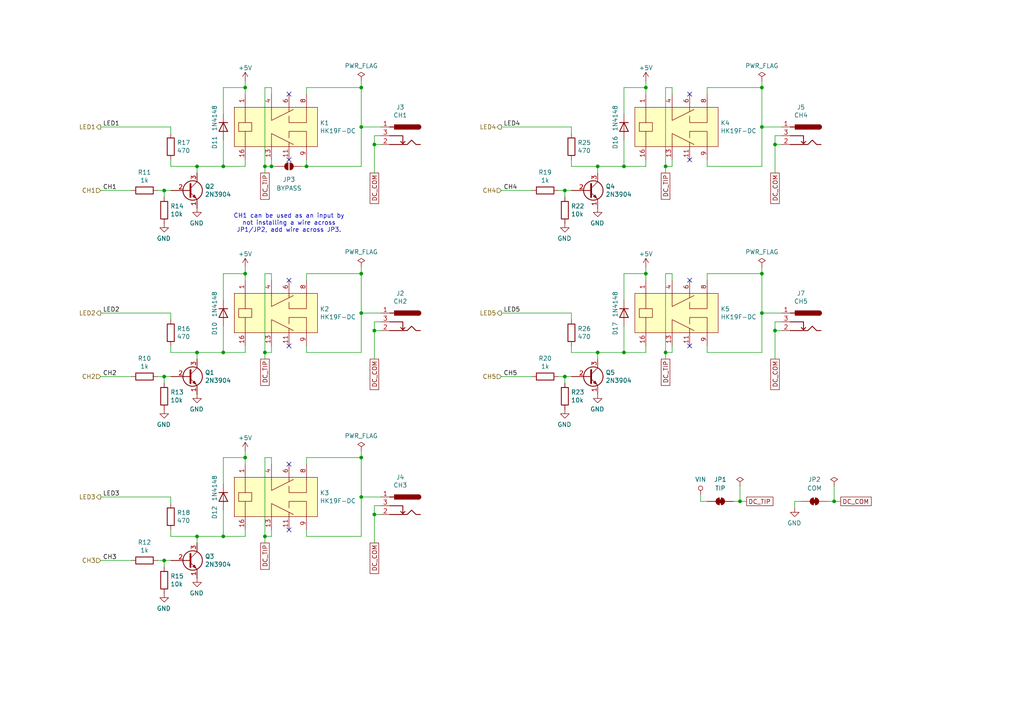
<source format=kicad_sch>
(kicad_sch (version 20231120) (generator "eeschema") (generator_version "8.0")
  (paper "A4")
  (title_block (title "Channels") (rev "A") (comment 4 "The circuitry for controlling the six supported audio channels."))
  (lib_symbols
    (symbol "Device:D" (pin_numbers hide) (pin_names (offset 1.016) hide)
      (property "Reference" "D" (at 0 2.54 0))
      (property "Value" "D" (at 0 -2.54 0))
      (symbol "D_0_1"
        (polyline (pts (xy -1.27 1.27) (xy -1.27 -1.27)) (stroke (width 0.254)))
        (polyline (pts (xy 1.27 0) (xy -1.27 0)))
        (polyline (pts (xy 1.27 1.27) (xy 1.27 -1.27) (xy -1.27 0) (xy 1.27 1.27)) (stroke (width 0.254)))
      )
      (symbol "D_1_1"
        (pin passive line (at -3.81 0 0) (length 2.54) (name "K") (number "1"))
        (pin passive line (at 3.81 0 180) (length 2.54) (name "A") (number "2"))
      )
    )
    (symbol "Device:R" (pin_numbers hide) (pin_names (offset 0))
      (property "Reference" "R" (at 2.032 0 90))
      (property "Value" "R" (at 0 0 90))
      (symbol "R_0_1"
        (rectangle (start -1.016 -2.54) (end 1.016 2.54) (stroke (width 0.254)))
      )
      (symbol "R_1_1"
        (pin passive line (at 0 3.81 270) (length 1.27) (name "~") (number "1"))
        (pin passive line (at 0 -3.81 90) (length 1.27) (name "~") (number "2"))
      )
    )
    (symbol "Jumper:SolderJumper_2_Bridged" (pin_numbers hide) (pin_names (offset 0) hide) (exclude_from_sim yes) (in_bom no)
      (property "Reference" "JP" (at 0 2.032 0))
      (property "Value" "SolderJumper_2_Bridged" (at 0 -2.54 0))
      (symbol "SolderJumper_2_Bridged_0_1"
        (rectangle (start -0.508 0.508) (end 0.508 -0.508) (fill (type outline)))
        (arc (start -0.254 1.016) (mid -1.2656 0) (end -0.254 -1.016))
        (arc (start -0.254 1.016) (mid -1.2656 0) (end -0.254 -1.016) (fill (type outline)))
        (polyline (pts (xy -0.254 1.016) (xy -0.254 -1.016)))
        (polyline (pts (xy 0.254 1.016) (xy 0.254 -1.016)))
        (arc (start 0.254 -1.016) (mid 1.2656 0) (end 0.254 1.016))
        (arc (start 0.254 -1.016) (mid 1.2656 0) (end 0.254 1.016) (fill (type outline)))
      )
      (symbol "SolderJumper_2_Bridged_1_1"
        (pin passive line (at -3.81 0 0) (length 2.54) (name "A") (number "1"))
        (pin passive line (at 3.81 0 180) (length 2.54) (name "B") (number "2"))
      )
    )
    (symbol "Jumper:SolderJumper_2_Open" (pin_numbers hide) (pin_names (offset 0) hide) (exclude_from_sim yes) (in_bom no)
      (property "Reference" "JP" (at 0 2.032 0))
      (property "Value" "SolderJumper_2_Open" (at 0 -2.54 0))
      (symbol "SolderJumper_2_Open_0_1"
        (arc (start -0.254 1.016) (mid -1.2656 0) (end -0.254 -1.016))
        (arc (start -0.254 1.016) (mid -1.2656 0) (end -0.254 -1.016) (fill (type outline)))
        (polyline (pts (xy -0.254 1.016) (xy -0.254 -1.016)))
        (polyline (pts (xy 0.254 1.016) (xy 0.254 -1.016)))
        (arc (start 0.254 -1.016) (mid 1.2656 0) (end 0.254 1.016))
        (arc (start 0.254 -1.016) (mid 1.2656 0) (end 0.254 1.016) (fill (type outline)))
      )
      (symbol "SolderJumper_2_Open_1_1"
        (pin passive line (at -3.81 0 0) (length 2.54) (name "A") (number "1"))
        (pin passive line (at 3.81 0 180) (length 2.54) (name "B") (number "2"))
      )
    )
    (symbol "Transistor_BJT:2N3904" (pin_names (offset 0) hide)
      (property "Reference" "Q" (at 5.08 1.905 0))
      (property "Value" "2N3904" (at 5.08 0 0))
      (symbol "2N3904_0_1"
        (polyline (pts (xy 0.635 0.635) (xy 2.54 2.54)))
        (polyline (pts (xy 0.635 -0.635) (xy 2.54 -2.54) (xy 2.54 -2.54)))
        (polyline (pts (xy 0.635 1.905) (xy 0.635 -1.905) (xy 0.635 -1.905)) (stroke (width 0.508)))
        (polyline (pts (xy 1.27 -1.778) (xy 1.778 -1.27) (xy 2.286 -2.286) (xy 1.27 -1.778) (xy 1.27 -1.778)) (fill (type outline)))
        (circle (center 1.27 0) (radius 2.8194) (stroke (width 0.254)))
      )
      (symbol "2N3904_1_1"
        (pin passive line (at 2.54 -5.08 90) (length 2.54) (name "E") (number "1"))
        (pin passive line (at -5.08 0 0) (length 5.715) (name "B") (number "2"))
        (pin passive line (at 2.54 5.08 270) (length 2.54) (name "C") (number "3"))
      )
    )
    (symbol "barrel_jack:VIN" (power) (pin_names (offset 0))
      (property "Value" "VIN" (at 0 3.81 0))
      (symbol "VIN_0_1"
        (polyline (pts (xy 0 0) (xy 0 1.27)))
        (circle (center 0 1.905) (radius 0.635))
      )
      (symbol "VIN_1_1"
        (pin power_in line (at 0 0 90) (length 0) hide (name "VIN") (number "1"))
      )
    )
    (symbol "barrel_jack:barrel_ext" (pin_names (offset 1.016))
      (property "Reference" "J" (at 0 5.334 0))
      (property "Value" "barrel_ext" (at 0 -4.445 0))
      (symbol "barrel_ext_0_1"
        (arc (start -3.302 3.175) (mid -3.937 2.54) (end -3.302 1.905) (stroke (width 0.254)))
        (arc (start -3.302 3.175) (mid -3.937 2.54) (end -3.302 1.905) (stroke (width 0.254)) (fill (type outline)))
        (polyline (pts (xy 1.27 -2.286) (xy 1.905 -1.651)) (stroke (width 0.254)))
        (polyline (pts (xy 5.08 2.54) (xy 3.81 2.54)) (stroke (width 0.254)))
        (polyline (pts (xy 5.08 0) (xy 1.27 0) (xy 1.27 -2.286) (xy 0.635 -1.651)) (stroke (width 0.254)))
        (polyline (pts (xy -3.81 -2.54) (xy -2.54 -2.54) (xy -1.27 -1.27) (xy 0 -2.54) (xy 2.54 -2.54) (xy 5.08 -2.54)) (stroke (width 0.254)))
        (rectangle (start 3.683 3.175) (end -3.302 1.905) (stroke (width 0.254)) (fill (type outline)))
      )
      (symbol "barrel_ext_1_1"
        (pin power_in line (at 7.62 2.54 180) (length 2.54) (name "~") (number "1"))
        (pin power_in line (at 7.62 -2.54 180) (length 2.54) (name "~") (number "2"))
        (pin passive line (at 7.62 0 180) (length 2.54) (name "~") (number "3"))
      )
    )
    (symbol "hk19f-dc:HK19F-DC" (pin_names (offset 0) hide)
      (property "Reference" "K" (at 22.86 3.81 0))
      (property "Value" "HK19F-DC" (at 27.305 -3.175 0))
      (symbol "HK19F-DC_0_1"
        (polyline (pts (xy 0 -5.715) (xy 0 -5.08)))
        (polyline (pts (xy 0 -5.08) (xy 0 -1.27)))
        (polyline (pts (xy 0 1.27) (xy 0 5.08)))
        (polyline (pts (xy 0 5.08) (xy 0 5.715)))
        (polyline (pts (xy 7.62 -5.08) (xy 7.62 -5.715)))
        (polyline (pts (xy 7.62 5.08) (xy 7.62 5.715)))
        (polyline (pts (xy 12.7 -5.08) (xy 12.7 -5.715)))
        (polyline (pts (xy 12.7 -5.08) (xy 12.7 -4.445)))
        (polyline (pts (xy 12.7 5.08) (xy 12.7 4.445)))
        (polyline (pts (xy 12.7 5.08) (xy 12.7 5.715)))
        (polyline (pts (xy 17.78 -5.08) (xy 17.78 -5.715)))
        (polyline (pts (xy 17.78 5.08) (xy 17.78 5.715)))
        (polyline (pts (xy 13.97 -5.08) (xy 7.62 -1.905) (xy 7.62 -5.08)))
        (polyline (pts (xy 13.97 5.08) (xy 7.62 1.905) (xy 7.62 5.08)))
        (polyline (pts (xy 12.7 -3.175) (xy 12.7 -1.27) (xy 17.78 -1.27) (xy 17.78 -5.08)))
        (polyline (pts (xy 17.78 5.08) (xy 17.78 1.27) (xy 12.7 1.27) (xy 12.7 3.175)))
        (rectangle (start 1.905 1.27) (end -1.905 -1.27))
        (rectangle (start 20.955 5.715) (end -3.175 -5.715) (fill (type background)))
      )
      (symbol "HK19F-DC_1_1"
        (pin passive line (at 0 9.525 270) (length 3.81) (name "~") (number "1"))
        (pin passive line (at 12.7 -9.525 90) (length 3.81) (name "NC_2") (number "11"))
        (pin passive line (at 7.62 -9.525 90) (length 3.81) (name "COM_2") (number "13"))
        (pin passive line (at 0 -9.525 90) (length 3.81) (name "~") (number "16"))
        (pin passive line (at 7.62 9.525 270) (length 3.81) (name "COM_1") (number "4"))
        (pin passive line (at 12.7 9.525 270) (length 3.81) (name "NC_1") (number "6"))
        (pin passive line (at 17.78 9.525 270) (length 3.81) (name "NO_1") (number "8"))
        (pin passive line (at 17.78 -9.525 90) (length 3.81) (name "NO_2") (number "9"))
      )
    )
    (symbol "power:+5V" (power) (pin_numbers hide) (pin_names (offset 0) hide)
      (property "Value" "+5V" (at 0 3.556 0))
      (symbol "+5V_0_1"
        (polyline (pts (xy -0.762 1.27) (xy 0 2.54)))
        (polyline (pts (xy 0 0) (xy 0 2.54)))
        (polyline (pts (xy 0 2.54) (xy 0.762 1.27)))
      )
      (symbol "+5V_1_1"
        (pin power_in line (at 0 0 90) (length 0) (name "~") (number "1"))
      )
    )
    (symbol "power:GND" (power) (pin_numbers hide) (pin_names (offset 0) hide)
      (property "Value" "GND" (at 0 -3.81 0))
      (symbol "GND_0_1"
        (polyline (pts (xy 0 0) (xy 0 -1.27) (xy 1.27 -1.27) (xy 0 -2.54) (xy -1.27 -1.27) (xy 0 -1.27)))
      )
      (symbol "GND_1_1"
        (pin power_in line (at 0 0 270) (length 0) (name "~") (number "1"))
      )
    )
    (symbol "power:PWR_FLAG" (power) (pin_numbers hide) (pin_names (offset 0) hide)
      (property "Value" "PWR_FLAG" (at 0 3.81 0))
      (symbol "PWR_FLAG_0_0"
        (pin power_out line (at 0 0 90) (length 0) (name "~") (number "1"))
      )
      (symbol "PWR_FLAG_0_1"
        (polyline (pts (xy 0 0) (xy 0 1.27) (xy -1.016 1.905) (xy 0 2.54) (xy 1.016 1.905) (xy 0 1.27)))
      )
    )
  )
  (junction (at 71.12 79.375))
  (junction (at 220.98 90.805))
  (junction (at 47.625 162.56))
  (junction (at 163.83 55.245))
  (junction (at 193.04 48.26))
  (junction (at 64.77 48.26))
  (junction (at 57.15 102.235))
  (junction (at 47.625 109.22))
  (junction (at 108.585 41.91))
  (junction (at 180.975 102.235))
  (junction (at 64.77 155.575))
  (junction (at 57.15 155.575))
  (junction (at 187.325 79.375))
  (junction (at 104.775 36.83))
  (junction (at 173.355 102.235))
  (junction (at 193.04 102.235))
  (junction (at 241.935 145.415))
  (junction (at 76.835 155.575))
  (junction (at 64.77 102.235))
  (junction (at 104.775 90.805))
  (junction (at 71.12 25.4))
  (junction (at 180.975 48.26))
  (junction (at 104.775 79.375))
  (junction (at 47.625 55.245))
  (junction (at 163.83 109.22))
  (junction (at 104.775 132.715))
  (junction (at 71.12 132.715))
  (junction (at 214.63 145.415))
  (junction (at 224.79 95.885))
  (junction (at 88.9 48.26))
  (junction (at 57.15 48.26))
  (junction (at 220.98 79.375))
  (junction (at 76.835 102.235))
  (junction (at 76.835 48.26))
  (junction (at 108.585 95.885))
  (junction (at 220.98 36.83))
  (junction (at 104.775 25.4))
  (junction (at 108.585 149.225))
  (junction (at 187.325 25.4))
  (junction (at 173.355 48.26))
  (junction (at 224.79 41.91))
  (junction (at 220.98 25.4))
  (junction (at 104.775 144.145))
  (junction (at 78.74 48.26))
  (no_connect (at 200.025 46.355))
  (no_connect (at 83.82 27.305))
  (no_connect (at 83.82 46.355))
  (no_connect (at 83.82 134.62))
  (no_connect (at 83.82 153.67))
  (no_connect (at 200.025 100.33))
  (no_connect (at 200.025 81.28))
  (no_connect (at 200.025 27.305))
  (no_connect (at 83.82 100.33))
  (no_connect (at 83.82 81.28))
  (wire (pts (xy 193.04 102.235) (xy 193.04 104.14)))
  (wire (pts (xy 104.775 25.4) (xy 104.775 23.495)))
  (wire (pts (xy 108.585 95.885) (xy 108.585 104.14)))
  (wire (pts (xy 110.49 144.145) (xy 104.775 144.145)))
  (wire (pts (xy 64.77 155.575) (xy 71.12 155.575)))
  (wire (pts (xy 108.585 146.685) (xy 108.585 149.225)))
  (wire (pts (xy 193.04 48.26) (xy 193.04 50.165)))
  (wire (pts (xy 104.775 77.47) (xy 104.775 79.375)))
  (wire (pts (xy 224.79 41.91) (xy 224.79 50.165)))
  (wire (pts (xy 194.945 102.235) (xy 194.945 100.33)))
  (wire (pts (xy 47.625 55.245) (xy 47.625 57.15)))
  (wire (pts (xy 76.835 79.375) (xy 78.74 79.375)))
  (wire (pts (xy 193.04 79.375) (xy 194.945 79.375)))
  (wire (pts (xy 78.74 48.26) (xy 78.74 46.355)))
  (wire (pts (xy 187.325 25.4) (xy 180.975 25.4)))
  (wire (pts (xy 78.74 155.575) (xy 76.835 155.575)))
  (wire (pts (xy 29.21 55.245) (xy 38.1 55.245)))
  (wire (pts (xy 49.53 48.26) (xy 57.15 48.26)))
  (wire (pts (xy 104.775 132.715) (xy 104.775 144.145)))
  (wire (pts (xy 45.72 162.56) (xy 47.625 162.56)))
  (wire (pts (xy 71.12 25.4) (xy 64.77 25.4)))
  (wire (pts (xy 194.945 102.235) (xy 193.04 102.235)))
  (wire (pts (xy 76.835 48.26) (xy 76.835 50.165)))
  (wire (pts (xy 187.325 25.4) (xy 187.325 27.305)))
  (wire (pts (xy 226.695 41.91) (xy 224.79 41.91)))
  (wire (pts (xy 88.9 155.575) (xy 88.9 153.67)))
  (wire (pts (xy 205.105 25.4) (xy 220.98 25.4)))
  (wire (pts (xy 165.735 92.71) (xy 165.735 90.805)))
  (wire (pts (xy 165.735 48.26) (xy 173.355 48.26)))
  (wire (pts (xy 71.12 25.4) (xy 71.12 27.305)))
  (wire (pts (xy 205.105 48.26) (xy 205.105 46.355)))
  (wire (pts (xy 71.12 155.575) (xy 71.12 153.67)))
  (wire (pts (xy 64.77 48.26) (xy 71.12 48.26)))
  (wire (pts (xy 173.355 102.235) (xy 173.355 104.14)))
  (wire (pts (xy 187.325 23.495) (xy 187.325 25.4)))
  (wire (pts (xy 64.77 94.615) (xy 64.77 102.235)))
  (wire (pts (xy 187.325 102.235) (xy 187.325 100.33)))
  (wire (pts (xy 71.12 77.47) (xy 71.12 79.375)))
  (wire (pts (xy 71.12 23.495) (xy 71.12 25.4)))
  (wire (pts (xy 78.74 48.26) (xy 76.835 48.26)))
  (wire (pts (xy 220.98 90.805) (xy 220.98 102.235)))
  (wire (pts (xy 57.15 155.575) (xy 57.15 157.48)))
  (wire (pts (xy 49.53 146.05) (xy 49.53 144.145)))
  (wire (pts (xy 165.735 100.33) (xy 165.735 102.235)))
  (wire (pts (xy 29.21 109.22) (xy 38.1 109.22)))
  (wire (pts (xy 47.625 109.22) (xy 49.53 109.22)))
  (wire (pts (xy 29.21 144.145) (xy 49.53 144.145)))
  (wire (pts (xy 145.415 55.245) (xy 154.305 55.245)))
  (wire (pts (xy 108.585 41.91) (xy 108.585 50.165)))
  (wire (pts (xy 47.625 109.22) (xy 47.625 111.125)))
  (wire (pts (xy 76.835 132.715) (xy 76.835 155.575)))
  (wire (pts (xy 145.415 36.83) (xy 165.735 36.83)))
  (wire (pts (xy 110.49 41.91) (xy 108.585 41.91)))
  (wire (pts (xy 226.695 39.37) (xy 224.79 39.37)))
  (wire (pts (xy 163.83 55.245) (xy 163.83 57.15)))
  (wire (pts (xy 104.775 48.26) (xy 88.9 48.26)))
  (wire (pts (xy 49.53 92.71) (xy 49.53 90.805)))
  (wire (pts (xy 47.625 55.245) (xy 49.53 55.245)))
  (wire (pts (xy 205.105 27.305) (xy 205.105 25.4)))
  (wire (pts (xy 165.735 102.235) (xy 173.355 102.235)))
  (wire (pts (xy 241.935 140.97) (xy 241.935 145.415)))
  (wire (pts (xy 240.03 145.415) (xy 241.935 145.415)))
  (wire (pts (xy 45.72 109.22) (xy 47.625 109.22)))
  (wire (pts (xy 64.77 86.995) (xy 64.77 79.375)))
  (wire (pts (xy 165.735 38.735) (xy 165.735 36.83)))
  (wire (pts (xy 104.775 79.375) (xy 104.775 90.805)))
  (wire (pts (xy 88.9 25.4) (xy 104.775 25.4)))
  (wire (pts (xy 163.83 109.22) (xy 165.735 109.22)))
  (wire (pts (xy 110.49 149.225) (xy 108.585 149.225)))
  (wire (pts (xy 193.04 25.4) (xy 194.945 25.4)))
  (wire (pts (xy 187.325 77.47) (xy 187.325 79.375)))
  (wire (pts (xy 78.74 132.715) (xy 78.74 134.62)))
  (wire (pts (xy 220.98 36.83) (xy 220.98 48.26)))
  (wire (pts (xy 187.325 79.375) (xy 187.325 81.28)))
  (wire (pts (xy 226.695 90.805) (xy 220.98 90.805)))
  (wire (pts (xy 64.77 102.235) (xy 71.12 102.235)))
  (wire (pts (xy 214.63 140.97) (xy 214.63 145.415)))
  (wire (pts (xy 71.12 79.375) (xy 71.12 81.28)))
  (wire (pts (xy 205.105 79.375) (xy 220.98 79.375)))
  (wire (pts (xy 78.74 102.235) (xy 76.835 102.235)))
  (wire (pts (xy 104.775 102.235) (xy 88.9 102.235)))
  (wire (pts (xy 180.975 33.02) (xy 180.975 25.4)))
  (wire (pts (xy 180.975 48.26) (xy 173.355 48.26)))
  (wire (pts (xy 180.975 40.64) (xy 180.975 48.26)))
  (wire (pts (xy 187.325 48.26) (xy 187.325 46.355)))
  (wire (pts (xy 110.49 93.345) (xy 108.585 93.345)))
  (wire (pts (xy 205.105 145.415) (xy 203.2 145.415)))
  (wire (pts (xy 220.98 79.375) (xy 220.98 90.805)))
  (wire (pts (xy 104.775 155.575) (xy 88.9 155.575)))
  (wire (pts (xy 224.79 39.37) (xy 224.79 41.91)))
  (wire (pts (xy 180.975 102.235) (xy 173.355 102.235)))
  (wire (pts (xy 110.49 146.685) (xy 108.585 146.685)))
  (wire (pts (xy 145.415 109.22) (xy 154.305 109.22)))
  (wire (pts (xy 49.53 100.33) (xy 49.53 102.235)))
  (wire (pts (xy 47.625 162.56) (xy 47.625 164.465)))
  (wire (pts (xy 108.585 93.345) (xy 108.585 95.885)))
  (wire (pts (xy 110.49 90.805) (xy 104.775 90.805)))
  (wire (pts (xy 203.2 143.51) (xy 203.2 145.415)))
  (wire (pts (xy 220.98 102.235) (xy 205.105 102.235)))
  (wire (pts (xy 87.63 48.26) (xy 88.9 48.26)))
  (wire (pts (xy 29.21 90.805) (xy 49.53 90.805)))
  (wire (pts (xy 193.04 79.375) (xy 193.04 102.235)))
  (wire (pts (xy 163.83 109.22) (xy 163.83 111.125)))
  (wire (pts (xy 220.98 77.47) (xy 220.98 79.375)))
  (wire (pts (xy 71.12 132.715) (xy 71.12 134.62)))
  (wire (pts (xy 104.775 36.83) (xy 104.775 48.26)))
  (wire (pts (xy 71.12 48.26) (xy 71.12 46.355)))
  (wire (pts (xy 220.98 23.495) (xy 220.98 25.4)))
  (wire (pts (xy 104.775 90.805) (xy 104.775 102.235)))
  (wire (pts (xy 194.945 48.26) (xy 193.04 48.26)))
  (wire (pts (xy 104.775 130.81) (xy 104.775 132.715)))
  (wire (pts (xy 108.585 149.225) (xy 108.585 157.48)))
  (wire (pts (xy 49.53 46.355) (xy 49.53 48.26)))
  (wire (pts (xy 230.505 145.415) (xy 230.505 147.32)))
  (wire (pts (xy 220.98 25.4) (xy 220.98 36.83)))
  (wire (pts (xy 57.15 102.235) (xy 57.15 104.14)))
  (wire (pts (xy 78.74 155.575) (xy 78.74 153.67)))
  (wire (pts (xy 71.12 79.375) (xy 64.77 79.375)))
  (wire (pts (xy 226.695 36.83) (xy 220.98 36.83)))
  (wire (pts (xy 88.9 102.235) (xy 88.9 100.33)))
  (wire (pts (xy 88.9 48.26) (xy 88.9 46.355)))
  (wire (pts (xy 110.49 39.37) (xy 108.585 39.37)))
  (wire (pts (xy 64.77 147.955) (xy 64.77 155.575)))
  (wire (pts (xy 64.77 40.64) (xy 64.77 48.26)))
  (wire (pts (xy 194.945 79.375) (xy 194.945 81.28)))
  (wire (pts (xy 194.945 25.4) (xy 194.945 27.305)))
  (wire (pts (xy 64.77 48.26) (xy 57.15 48.26)))
  (wire (pts (xy 161.925 55.245) (xy 163.83 55.245)))
  (wire (pts (xy 78.74 79.375) (xy 78.74 81.28)))
  (wire (pts (xy 88.9 132.715) (xy 104.775 132.715)))
  (wire (pts (xy 88.9 27.305) (xy 88.9 25.4)))
  (wire (pts (xy 64.77 155.575) (xy 57.15 155.575)))
  (wire (pts (xy 104.775 25.4) (xy 104.775 36.83)))
  (wire (pts (xy 194.945 48.26) (xy 194.945 46.355)))
  (wire (pts (xy 161.925 109.22) (xy 163.83 109.22)))
  (wire (pts (xy 76.835 25.4) (xy 78.74 25.4)))
  (wire (pts (xy 241.935 145.415) (xy 243.84 145.415)))
  (wire (pts (xy 108.585 39.37) (xy 108.585 41.91)))
  (wire (pts (xy 78.74 48.26) (xy 80.01 48.26)))
  (wire (pts (xy 163.83 55.245) (xy 165.735 55.245)))
  (wire (pts (xy 104.775 144.145) (xy 104.775 155.575)))
  (wire (pts (xy 76.835 155.575) (xy 76.835 157.48)))
  (wire (pts (xy 71.12 102.235) (xy 71.12 100.33)))
  (wire (pts (xy 173.355 48.26) (xy 173.355 50.165)))
  (wire (pts (xy 180.975 86.995) (xy 180.975 79.375)))
  (wire (pts (xy 76.835 132.715) (xy 78.74 132.715)))
  (wire (pts (xy 220.98 48.26) (xy 205.105 48.26)))
  (wire (pts (xy 29.21 162.56) (xy 38.1 162.56)))
  (wire (pts (xy 49.53 38.735) (xy 49.53 36.83)))
  (wire (pts (xy 71.12 130.81) (xy 71.12 132.715)))
  (wire (pts (xy 88.9 81.28) (xy 88.9 79.375)))
  (wire (pts (xy 57.15 48.26) (xy 57.15 50.165)))
  (wire (pts (xy 45.72 55.245) (xy 47.625 55.245)))
  (wire (pts (xy 78.74 25.4) (xy 78.74 27.305)))
  (wire (pts (xy 71.12 132.715) (xy 64.77 132.715)))
  (wire (pts (xy 214.63 145.415) (xy 216.535 145.415)))
  (wire (pts (xy 226.695 95.885) (xy 224.79 95.885)))
  (wire (pts (xy 49.53 102.235) (xy 57.15 102.235)))
  (wire (pts (xy 110.49 36.83) (xy 104.775 36.83)))
  (wire (pts (xy 78.74 102.235) (xy 78.74 100.33)))
  (wire (pts (xy 76.835 25.4) (xy 76.835 48.26)))
  (wire (pts (xy 212.725 145.415) (xy 214.63 145.415)))
  (wire (pts (xy 29.21 36.83) (xy 49.53 36.83)))
  (wire (pts (xy 205.105 81.28) (xy 205.105 79.375)))
  (wire (pts (xy 76.835 102.235) (xy 76.835 104.14)))
  (wire (pts (xy 110.49 95.885) (xy 108.585 95.885)))
  (wire (pts (xy 88.9 134.62) (xy 88.9 132.715)))
  (wire (pts (xy 226.695 93.345) (xy 224.79 93.345)))
  (wire (pts (xy 232.41 145.415) (xy 230.505 145.415)))
  (wire (pts (xy 64.77 140.335) (xy 64.77 132.715)))
  (wire (pts (xy 49.53 155.575) (xy 57.15 155.575)))
  (wire (pts (xy 64.77 33.02) (xy 64.77 25.4)))
  (wire (pts (xy 76.835 79.375) (xy 76.835 102.235)))
  (wire (pts (xy 145.415 90.805) (xy 165.735 90.805)))
  (wire (pts (xy 224.79 93.345) (xy 224.79 95.885)))
  (wire (pts (xy 49.53 153.67) (xy 49.53 155.575)))
  (wire (pts (xy 193.04 25.4) (xy 193.04 48.26)))
  (wire (pts (xy 47.625 162.56) (xy 49.53 162.56)))
  (wire (pts (xy 187.325 79.375) (xy 180.975 79.375)))
  (wire (pts (xy 64.77 102.235) (xy 57.15 102.235)))
  (wire (pts (xy 180.975 102.235) (xy 187.325 102.235)))
  (wire (pts (xy 88.9 79.375) (xy 104.775 79.375)))
  (wire (pts (xy 205.105 102.235) (xy 205.105 100.33)))
  (wire (pts (xy 180.975 48.26) (xy 187.325 48.26)))
  (wire (pts (xy 224.79 95.885) (xy 224.79 104.14)))
  (wire (pts (xy 165.735 46.355) (xy 165.735 48.26)))
  (wire (pts (xy 180.975 94.615) (xy 180.975 102.235)))
  (text "CH1 can be used as an input by\nnot installing a wire across\nJP1/JP2, add wire across JP3." (at 83.82 64.77 0) (effects (font (size 1.27 1.27))))
  (label "LED1" (at 29.845 36.83 0))
  (label "LED3" (at 29.845 144.145 0))
  (label "CH1" (at 29.845 55.245 0))
  (label "CH5" (at 146.05 109.22 0))
  (label "CH3" (at 29.845 162.56 0))
  (label "LED4" (at 146.05 36.83 0))
  (label "CH2" (at 29.845 109.22 0))
  (label "CH4" (at 146.05 55.245 0))
  (label "LED2" (at 29.845 90.805 0))
  (label "LED5" (at 146.05 90.805 0))
  (global_label "DC_COM" (shape passive) (at 224.79 104.14 270) (property "Intersheetrefs" "${INTERSHEET_REFS}" (effects (hide yes))))
  (global_label "DC_TIP" (shape passive) (at 76.835 104.14 270) (property "Intersheetrefs" "${INTERSHEET_REFS}" (effects (hide yes))))
  (global_label "DC_TIP" (shape passive) (at 216.535 145.415 0) (property "Intersheetrefs" "${INTERSHEET_REFS}" (effects (hide yes))))
  (global_label "DC_COM" (shape passive) (at 108.585 104.14 270) (property "Intersheetrefs" "${INTERSHEET_REFS}" (effects (hide yes))))
  (global_label "DC_TIP" (shape passive) (at 193.04 50.165 270) (property "Intersheetrefs" "${INTERSHEET_REFS}" (effects (hide yes))))
  (global_label "DC_TIP" (shape passive) (at 76.835 157.48 270) (property "Intersheetrefs" "${INTERSHEET_REFS}" (effects (hide yes))))
  (global_label "DC_COM" (shape passive) (at 108.585 50.165 270) (property "Intersheetrefs" "${INTERSHEET_REFS}" (effects (hide yes))))
  (global_label "DC_TIP" (shape passive) (at 193.04 104.14 270) (property "Intersheetrefs" "${INTERSHEET_REFS}" (effects (hide yes))))
  (global_label "DC_COM" (shape passive) (at 243.84 145.415 0) (property "Intersheetrefs" "${INTERSHEET_REFS}" (effects (hide yes))))
  (global_label "DC_COM" (shape passive) (at 224.79 50.165 270) (property "Intersheetrefs" "${INTERSHEET_REFS}" (effects (hide yes))))
  (global_label "DC_TIP" (shape passive) (at 76.835 50.165 270) (property "Intersheetrefs" "${INTERSHEET_REFS}" (effects (hide yes))))
  (global_label "DC_COM" (shape passive) (at 108.585 157.48 270) (property "Intersheetrefs" "${INTERSHEET_REFS}" (effects (hide yes))))
  (hierarchical_label "CH1" (shape input) (at 29.21 55.245 180))
  (hierarchical_label "LED3" (shape output) (at 29.21 144.145 180))
  (hierarchical_label "LED4" (shape output) (at 145.415 36.83 180))
  (hierarchical_label "LED1" (shape output) (at 29.21 36.83 180))
  (hierarchical_label "CH2" (shape input) (at 29.21 109.22 180))
  (hierarchical_label "CH4" (shape input) (at 145.415 55.245 180))
  (hierarchical_label "CH3" (shape input) (at 29.21 162.56 180))
  (hierarchical_label "CH5" (shape input) (at 145.415 109.22 180))
  (hierarchical_label "LED2" (shape output) (at 29.21 90.805 180))
  (hierarchical_label "LED5" (shape output) (at 145.415 90.805 180))
  (symbol (lib_id "Device:R") (at 41.91 55.245 270) (unit 1)
    (property "Reference" "R11" (at 41.91 49.9872 90))
    (property "Value" "1k" (at 41.91 52.2986 90))
    (property "Footprint" "resistor:R_Axial_DIN0207_L6.3mm_D2.5mm_P10.16mm_Horizontal" (effects (hide yes)))
  )
  (symbol (lib_id "Transistor_BJT:2N3904") (at 54.61 55.245 0) (unit 1)
    (property "Reference" "Q2" (at 59.436 54.0766 0) (effects (justify left)))
    (property "Value" "2N3904" (at 59.436 56.388 0) (effects (justify left)))
    (property "Footprint" "Package_TO_SOT_THT:TO-92_Inline_Wide" (effects (hide yes)))
    (property "Datasheet" "https://www.onsemi.com/pub/Collateral/2N3903-D.PDF" (effects (hide yes)))
  )
  (symbol (lib_id "Device:R") (at 47.625 60.96 180) (unit 1)
    (property "Reference" "R14" (at 49.403 59.7916 0) (effects (justify right)))
    (property "Value" "10k" (at 49.403 62.103 0) (effects (justify right)))
    (property "Footprint" "resistor:R_Axial_DIN0207_L6.3mm_D2.5mm_P10.16mm_Horizontal" (effects (hide yes)))
  )
  (symbol (lib_id "power:GND") (at 47.625 64.77 0) (mirror y) (unit 1)
    (property "Reference" "#PWR0179" (effects (hide yes)))
    (property "Value" "GND" (at 47.498 69.1642 0))
    (property "Description" "Power symbol creates a global label with name \"GND\" , ground" (effects (hide yes)))
  )
  (symbol (lib_id "power:GND") (at 57.15 60.325 0) (mirror y) (unit 1)
    (property "Reference" "#PWR0180" (effects (hide yes)))
    (property "Value" "GND" (at 57.023 64.7192 0))
    (property "Description" "Power symbol creates a global label with name \"GND\" , ground" (effects (hide yes)))
  )
  (symbol (lib_id "Device:R") (at 49.53 42.545 180) (unit 1)
    (property "Reference" "R17" (at 51.308 41.3766 0) (effects (justify right)))
    (property "Value" "470" (at 51.308 43.688 0) (effects (justify right)))
    (property "Footprint" "resistor:R_Axial_DIN0207_L6.3mm_D2.5mm_P10.16mm_Horizontal" (effects (hide yes)))
  )
  (symbol (lib_id "hk19f-dc:HK19F-DC") (at 71.12 36.83 0) (unit 1)
    (property "Reference" "K1" (at 92.7862 35.6616 0) (effects (justify left)))
    (property "Value" "HK19F-DC" (at 92.7862 37.973 0) (effects (justify left)))
    (property "Footprint" "HK19F-DC:HK19F-DC" (effects (hide yes)))
  )
  (symbol (lib_id "power:+5V") (at 71.12 23.495 0) (unit 1)
    (property "Reference" "#PWR0182" (effects (hide yes)))
    (property "Value" "+5V" (at 71.12 19.685 0))
    (property "Description" "Power symbol creates a global label with name \"+5V\"" (effects (hide yes)))
  )
  (symbol (lib_id "Device:D") (at 64.77 36.83 270) (unit 1)
    (property "Reference" "D11" (at 62.23 39.37 0) (effects (justify left)))
    (property "Value" "1N4148" (at 62.23 30.48 0) (effects (justify left)))
    (property "Footprint" "Diode_THT:D_DO-35_SOD27_P7.62mm_Horizontal" (effects (hide yes)))
  )
  (symbol (lib_id "Device:R") (at 158.115 55.245 270) (unit 1)
    (property "Reference" "R19" (at 158.115 49.9872 90))
    (property "Value" "1k" (at 158.115 52.2986 90))
    (property "Footprint" "resistor:R_Axial_DIN0207_L6.3mm_D2.5mm_P10.16mm_Horizontal" (effects (hide yes)))
  )
  (symbol (lib_id "Transistor_BJT:2N3904") (at 170.815 55.245 0) (unit 1)
    (property "Reference" "Q4" (at 175.641 54.0766 0) (effects (justify left)))
    (property "Value" "2N3904" (at 175.641 56.388 0) (effects (justify left)))
    (property "Footprint" "Package_TO_SOT_THT:TO-92_Inline_Wide" (effects (hide yes)))
    (property "Datasheet" "https://www.onsemi.com/pub/Collateral/2N3903-D.PDF" (effects (hide yes)))
  )
  (symbol (lib_id "Device:R") (at 163.83 60.96 180) (unit 1)
    (property "Reference" "R22" (at 165.608 59.7916 0) (effects (justify right)))
    (property "Value" "10k" (at 165.608 62.103 0) (effects (justify right)))
    (property "Footprint" "resistor:R_Axial_DIN0207_L6.3mm_D2.5mm_P10.16mm_Horizontal" (effects (hide yes)))
  )
  (symbol (lib_id "power:GND") (at 173.355 60.325 0) (mirror y) (unit 1)
    (property "Reference" "#PWR0116" (effects (hide yes)))
    (property "Value" "GND" (at 173.228 64.7192 0))
    (property "Description" "Power symbol creates a global label with name \"GND\" , ground" (effects (hide yes)))
  )
  (symbol (lib_id "Device:R") (at 165.735 42.545 180) (unit 1)
    (property "Reference" "R25" (at 167.513 41.3766 0) (effects (justify right)))
    (property "Value" "470" (at 167.513 43.688 0) (effects (justify right)))
    (property "Footprint" "resistor:R_Axial_DIN0207_L6.3mm_D2.5mm_P10.16mm_Horizontal" (effects (hide yes)))
  )
  (symbol (lib_id "hk19f-dc:HK19F-DC") (at 187.325 36.83 0) (unit 1)
    (property "Reference" "K4" (at 208.9912 35.6616 0) (effects (justify left)))
    (property "Value" "HK19F-DC" (at 208.9912 37.973 0) (effects (justify left)))
    (property "Footprint" "HK19F-DC:HK19F-DC" (effects (hide yes)))
  )
  (symbol (lib_id "power:+5V") (at 187.325 23.495 0) (unit 1)
    (property "Reference" "#PWR0121" (effects (hide yes)))
    (property "Value" "+5V" (at 187.325 19.685 0))
    (property "Description" "Power symbol creates a global label with name \"+5V\"" (effects (hide yes)))
  )
  (symbol (lib_id "Device:D") (at 180.975 36.83 270) (unit 1)
    (property "Reference" "D16" (at 178.435 39.37 0) (effects (justify left)))
    (property "Value" "1N4148" (at 178.435 30.48 0) (effects (justify left)))
    (property "Footprint" "Diode_THT:D_DO-35_SOD27_P7.62mm_Horizontal" (effects (hide yes)))
  )
  (symbol (lib_id "power:GND") (at 163.83 64.77 0) (mirror y) (unit 1)
    (property "Reference" "#PWR0123" (effects (hide yes)))
    (property "Value" "GND" (at 163.703 69.1642 0))
    (property "Description" "Power symbol creates a global label with name \"GND\" , ground" (effects (hide yes)))
  )
  (symbol (lib_id "Device:R") (at 41.91 109.22 270) (unit 1)
    (property "Reference" "R10" (at 41.91 103.9622 90))
    (property "Value" "1k" (at 41.91 106.2736 90))
    (property "Footprint" "resistor:R_Axial_DIN0207_L6.3mm_D2.5mm_P10.16mm_Horizontal" (effects (hide yes)))
  )
  (symbol (lib_id "Transistor_BJT:2N3904") (at 54.61 109.22 0) (unit 1)
    (property "Reference" "Q1" (at 59.436 108.0516 0) (effects (justify left)))
    (property "Value" "2N3904" (at 59.436 110.363 0) (effects (justify left)))
    (property "Footprint" "Package_TO_SOT_THT:TO-92_Inline_Wide" (effects (hide yes)))
    (property "Datasheet" "https://www.onsemi.com/pub/Collateral/2N3903-D.PDF" (effects (hide yes)))
  )
  (symbol (lib_id "Device:R") (at 47.625 114.935 180) (unit 1)
    (property "Reference" "R13" (at 49.403 113.7666 0) (effects (justify right)))
    (property "Value" "10k" (at 49.403 116.078 0) (effects (justify right)))
    (property "Footprint" "resistor:R_Axial_DIN0207_L6.3mm_D2.5mm_P10.16mm_Horizontal" (effects (hide yes)))
  )
  (symbol (lib_id "power:GND") (at 57.15 114.3 0) (mirror y) (unit 1)
    (property "Reference" "#PWR0124" (effects (hide yes)))
    (property "Value" "GND" (at 57.023 118.6942 0))
    (property "Description" "Power symbol creates a global label with name \"GND\" , ground" (effects (hide yes)))
  )
  (symbol (lib_id "Device:R") (at 49.53 96.52 180) (unit 1)
    (property "Reference" "R16" (at 51.308 95.3516 0) (effects (justify right)))
    (property "Value" "470" (at 51.308 97.663 0) (effects (justify right)))
    (property "Footprint" "resistor:R_Axial_DIN0207_L6.3mm_D2.5mm_P10.16mm_Horizontal" (effects (hide yes)))
  )
  (symbol (lib_id "hk19f-dc:HK19F-DC") (at 71.12 90.805 0) (unit 1)
    (property "Reference" "K2" (at 92.7862 89.6366 0) (effects (justify left)))
    (property "Value" "HK19F-DC" (at 92.7862 91.948 0) (effects (justify left)))
    (property "Footprint" "HK19F-DC:HK19F-DC" (effects (hide yes)))
  )
  (symbol (lib_id "power:+5V") (at 71.12 77.47 0) (unit 1)
    (property "Reference" "#PWR0126" (effects (hide yes)))
    (property "Value" "+5V" (at 71.12 73.66 0))
    (property "Description" "Power symbol creates a global label with name \"+5V\"" (effects (hide yes)))
  )
  (symbol (lib_id "Device:D") (at 64.77 90.805 270) (unit 1)
    (property "Reference" "D10" (at 62.23 93.345 0) (effects (justify left)))
    (property "Value" "1N4148" (at 62.23 84.455 0) (effects (justify left)))
    (property "Footprint" "Diode_THT:D_DO-35_SOD27_P7.62mm_Horizontal" (effects (hide yes)))
  )
  (symbol (lib_id "power:GND") (at 47.625 118.745 0) (mirror y) (unit 1)
    (property "Reference" "#PWR0128" (effects (hide yes)))
    (property "Value" "GND" (at 47.498 123.1392 0))
    (property "Description" "Power symbol creates a global label with name \"GND\" , ground" (effects (hide yes)))
  )
  (symbol (lib_id "Device:R") (at 158.115 109.22 270) (unit 1)
    (property "Reference" "R20" (at 158.115 103.9622 90))
    (property "Value" "1k" (at 158.115 106.2736 90))
    (property "Footprint" "resistor:R_Axial_DIN0207_L6.3mm_D2.5mm_P10.16mm_Horizontal" (effects (hide yes)))
  )
  (symbol (lib_id "Transistor_BJT:2N3904") (at 170.815 109.22 0) (unit 1)
    (property "Reference" "Q5" (at 175.641 108.0516 0) (effects (justify left)))
    (property "Value" "2N3904" (at 175.641 110.363 0) (effects (justify left)))
    (property "Footprint" "Package_TO_SOT_THT:TO-92_Inline_Wide" (effects (hide yes)))
    (property "Datasheet" "https://www.onsemi.com/pub/Collateral/2N3903-D.PDF" (effects (hide yes)))
  )
  (symbol (lib_id "Device:R") (at 163.83 114.935 180) (unit 1)
    (property "Reference" "R23" (at 165.608 113.7666 0) (effects (justify right)))
    (property "Value" "10k" (at 165.608 116.078 0) (effects (justify right)))
    (property "Footprint" "resistor:R_Axial_DIN0207_L6.3mm_D2.5mm_P10.16mm_Horizontal" (effects (hide yes)))
  )
  (symbol (lib_id "power:GND") (at 173.355 114.3 0) (mirror y) (unit 1)
    (property "Reference" "#PWR0129" (effects (hide yes)))
    (property "Value" "GND" (at 173.228 118.6942 0))
    (property "Description" "Power symbol creates a global label with name \"GND\" , ground" (effects (hide yes)))
  )
  (symbol (lib_id "Device:R") (at 165.735 96.52 180) (unit 1)
    (property "Reference" "R26" (at 167.513 95.3516 0) (effects (justify right)))
    (property "Value" "470" (at 167.513 97.663 0) (effects (justify right)))
    (property "Footprint" "resistor:R_Axial_DIN0207_L6.3mm_D2.5mm_P10.16mm_Horizontal" (effects (hide yes)))
  )
  (symbol (lib_id "hk19f-dc:HK19F-DC") (at 187.325 90.805 0) (unit 1)
    (property "Reference" "K5" (at 208.9912 89.6366 0) (effects (justify left)))
    (property "Value" "HK19F-DC" (at 208.9912 91.948 0) (effects (justify left)))
    (property "Footprint" "HK19F-DC:HK19F-DC" (effects (hide yes)))
  )
  (symbol (lib_id "power:+5V") (at 187.325 77.47 0) (unit 1)
    (property "Reference" "#PWR0131" (effects (hide yes)))
    (property "Value" "+5V" (at 187.325 73.66 0))
    (property "Description" "Power symbol creates a global label with name \"+5V\"" (effects (hide yes)))
  )
  (symbol (lib_id "Device:D") (at 180.975 90.805 270) (unit 1)
    (property "Reference" "D17" (at 178.435 93.345 0) (effects (justify left)))
    (property "Value" "1N4148" (at 178.435 84.455 0) (effects (justify left)))
    (property "Footprint" "Diode_THT:D_DO-35_SOD27_P7.62mm_Horizontal" (effects (hide yes)))
  )
  (symbol (lib_id "power:GND") (at 163.83 118.745 0) (mirror y) (unit 1)
    (property "Reference" "#PWR0133" (effects (hide yes)))
    (property "Value" "GND" (at 163.703 123.1392 0))
    (property "Description" "Power symbol creates a global label with name \"GND\" , ground" (effects (hide yes)))
  )
  (symbol (lib_id "Device:R") (at 41.91 162.56 270) (unit 1)
    (property "Reference" "R12" (at 41.91 157.3022 90))
    (property "Value" "1k" (at 41.91 159.6136 90))
    (property "Footprint" "resistor:R_Axial_DIN0207_L6.3mm_D2.5mm_P10.16mm_Horizontal" (effects (hide yes)))
  )
  (symbol (lib_id "Transistor_BJT:2N3904") (at 54.61 162.56 0) (unit 1)
    (property "Reference" "Q3" (at 59.436 161.3916 0) (effects (justify left)))
    (property "Value" "2N3904" (at 59.436 163.703 0) (effects (justify left)))
    (property "Footprint" "Package_TO_SOT_THT:TO-92_Inline_Wide" (effects (hide yes)))
    (property "Datasheet" "https://www.onsemi.com/pub/Collateral/2N3903-D.PDF" (effects (hide yes)))
  )
  (symbol (lib_id "Device:R") (at 47.625 168.275 180) (unit 1)
    (property "Reference" "R15" (at 49.403 167.1066 0) (effects (justify right)))
    (property "Value" "10k" (at 49.403 169.418 0) (effects (justify right)))
    (property "Footprint" "resistor:R_Axial_DIN0207_L6.3mm_D2.5mm_P10.16mm_Horizontal" (effects (hide yes)))
  )
  (symbol (lib_id "power:GND") (at 57.15 167.64 0) (mirror y) (unit 1)
    (property "Reference" "#PWR0134" (effects (hide yes)))
    (property "Value" "GND" (at 57.023 172.0342 0))
    (property "Description" "Power symbol creates a global label with name \"GND\" , ground" (effects (hide yes)))
  )
  (symbol (lib_id "Device:R") (at 49.53 149.86 180) (unit 1)
    (property "Reference" "R18" (at 51.308 148.6916 0) (effects (justify right)))
    (property "Value" "470" (at 51.308 151.003 0) (effects (justify right)))
    (property "Footprint" "resistor:R_Axial_DIN0207_L6.3mm_D2.5mm_P10.16mm_Horizontal" (effects (hide yes)))
  )
  (symbol (lib_id "hk19f-dc:HK19F-DC") (at 71.12 144.145 0) (unit 1)
    (property "Reference" "K3" (at 92.7862 142.9766 0) (effects (justify left)))
    (property "Value" "HK19F-DC" (at 92.7862 145.288 0) (effects (justify left)))
    (property "Footprint" "HK19F-DC:HK19F-DC" (effects (hide yes)))
  )
  (symbol (lib_id "power:+5V") (at 71.12 130.81 0) (unit 1)
    (property "Reference" "#PWR0136" (effects (hide yes)))
    (property "Value" "+5V" (at 71.12 127 0))
    (property "Description" "Power symbol creates a global label with name \"+5V\"" (effects (hide yes)))
  )
  (symbol (lib_id "Device:D") (at 64.77 144.145 270) (unit 1)
    (property "Reference" "D12" (at 62.23 146.685 0) (effects (justify left)))
    (property "Value" "1N4148" (at 62.23 137.795 0) (effects (justify left)))
    (property "Footprint" "Diode_THT:D_DO-35_SOD27_P7.62mm_Horizontal" (effects (hide yes)))
  )
  (symbol (lib_id "power:GND") (at 47.625 172.085 0) (mirror y) (unit 1)
    (property "Reference" "#PWR0138" (effects (hide yes)))
    (property "Value" "GND" (at 47.498 176.4792 0))
    (property "Description" "Power symbol creates a global label with name \"GND\" , ground" (effects (hide yes)))
  )
  (symbol (lib_id "barrel_jack:barrel_ext") (at 118.11 39.37 0) (mirror y) (unit 1)
    (property "Reference" "J3" (at 116.1034 31.115 0))
    (property "Value" "CH1" (at 116.1034 33.4264 0))
    (property "Footprint" "BulkyMIDI-32:BARREL_JACK" (effects (hide yes)))
  )
  (symbol (lib_id "barrel_jack:barrel_ext") (at 118.11 93.345 0) (mirror y) (unit 1)
    (property "Reference" "J2" (at 116.1034 85.09 0))
    (property "Value" "CH2" (at 116.1034 87.4014 0))
    (property "Footprint" "BulkyMIDI-32:BARREL_JACK" (effects (hide yes)))
  )
  (symbol (lib_id "barrel_jack:barrel_ext") (at 118.11 146.685 0) (mirror y) (unit 1)
    (property "Reference" "J4" (at 116.1034 138.43 0))
    (property "Value" "CH3" (at 116.1034 140.7414 0))
    (property "Footprint" "BulkyMIDI-32:BARREL_JACK" (effects (hide yes)))
  )
  (symbol (lib_id "barrel_jack:barrel_ext") (at 234.315 39.37 0) (mirror y) (unit 1)
    (property "Reference" "J5" (at 232.3084 31.115 0))
    (property "Value" "CH4" (at 232.3084 33.4264 0))
    (property "Footprint" "BulkyMIDI-32:BARREL_JACK" (effects (hide yes)))
  )
  (symbol (lib_id "barrel_jack:barrel_ext") (at 234.315 93.345 0) (mirror y) (unit 1)
    (property "Reference" "J7" (at 232.3084 85.09 0))
    (property "Value" "CH5" (at 232.3084 87.4014 0))
    (property "Footprint" "BulkyMIDI-32:BARREL_JACK" (effects (hide yes)))
  )
  (symbol (lib_id "power:PWR_FLAG") (at 220.98 77.47 0) (unit 1)
    (property "Reference" "#FLG0101" (effects (hide yes)))
    (property "Value" "PWR_FLAG" (at 220.98 73.0758 0))
  )
  (symbol (lib_id "power:PWR_FLAG") (at 220.98 23.495 0) (unit 1)
    (property "Reference" "#FLG0102" (effects (hide yes)))
    (property "Value" "PWR_FLAG" (at 220.98 19.1008 0))
  )
  (symbol (lib_id "power:PWR_FLAG") (at 104.775 23.495 0) (unit 1)
    (property "Reference" "#FLG0103" (effects (hide yes)))
    (property "Value" "PWR_FLAG" (at 104.775 19.1008 0))
  )
  (symbol (lib_id "power:PWR_FLAG") (at 104.775 77.47 0) (unit 1)
    (property "Reference" "#FLG0104" (effects (hide yes)))
    (property "Value" "PWR_FLAG" (at 104.775 73.0758 0))
  )
  (symbol (lib_id "power:PWR_FLAG") (at 104.775 130.81 0) (unit 1)
    (property "Reference" "#FLG0105" (effects (hide yes)))
    (property "Value" "PWR_FLAG" (at 104.775 126.4158 0))
  )
  (symbol (lib_id "barrel_jack:VIN") (at 203.2 143.51 0) (unit 1)
    (property "Reference" "#PWR03" (effects (hide yes)))
    (property "Value" "VIN" (at 203.2 139.065 0))
    (property "Description" "Power symbol creates a global label with name \"LINE\"" (effects (hide yes)))
  )
  (symbol (lib_id "power:PWR_FLAG") (at 241.935 140.97 0) (unit 1)
    (property "Reference" "#FLG01" (effects (hide yes)))
    (property "Value" "PWR_FLAG" (effects (hide yes)))
    (property "Description" "Special symbol for telling ERC where power comes from" (effects (hide yes)))
  )
  (symbol (lib_id "power:GND") (at 230.505 147.32 0) (mirror y) (unit 1)
    (property "Reference" "#PWR04" (effects (hide yes)))
    (property "Value" "GND" (at 230.378 151.7142 0))
    (property "Description" "Power symbol creates a global label with name \"GND\" , ground" (effects (hide yes)))
  )
  (symbol (lib_id "power:PWR_FLAG") (at 214.63 140.97 0) (unit 1)
    (property "Reference" "#FLG02" (effects (hide yes)))
    (property "Value" "PWR_FLAG" (effects (hide yes)))
    (property "Description" "Special symbol for telling ERC where power comes from" (effects (hide yes)))
  )
  (symbol (lib_id "Jumper:SolderJumper_2_Bridged") (at 236.22 145.415 0) (unit 1) (exclude_from_sim yes) (in_bom no)
    (property "Reference" "JP2" (at 236.22 139.065 0))
    (property "Value" "COM" (at 236.22 141.605 0))
    (property "Footprint" "wire_pads:WireLink" (effects (hide yes)))
    (property "Description" "Solder Jumper, 2-pole, closed/bridged" (effects (hide yes)))
  )
  (symbol (lib_id "Jumper:SolderJumper_2_Bridged") (at 208.915 145.415 0) (unit 1) (exclude_from_sim yes) (in_bom no)
    (property "Reference" "JP1" (at 208.915 139.065 0))
    (property "Value" "TIP" (at 208.915 141.605 0))
    (property "Footprint" "wire_pads:WireLink" (effects (hide yes)))
    (property "Description" "Solder Jumper, 2-pole, closed/bridged" (effects (hide yes)))
  )
  (symbol (lib_id "Jumper:SolderJumper_2_Open") (at 83.82 48.26 0) (mirror x) (unit 1) (exclude_from_sim yes) (in_bom no)
    (property "Reference" "JP3" (at 83.82 52.07 0))
    (property "Value" "BYPASS" (at 83.82 54.61 0))
    (property "Footprint" "wire_pads:WireLink" (effects (hide yes)))
    (property "Description" "Solder Jumper, 2-pole, open" (effects (hide yes)))
  )
)
</source>
